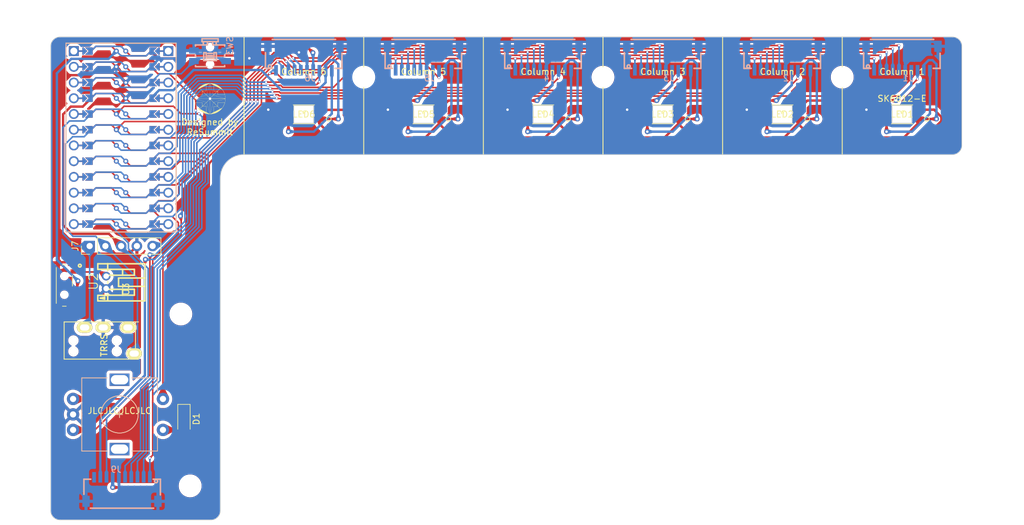
<source format=kicad_pcb>
(kicad_pcb (version 20221018) (generator pcbnew)
  (layers (0 "F.Cu" signal) (31 "B.Cu" signal) (34 "B.Paste" user) (35 "F.Paste" user) (36 "B.SilkS" user "B.Silkscreen") (37 "F.SilkS" user "F.Silkscreen") (38 "B.Mask" user) (39 "F.Mask" user) (44 "Edge.Cuts" user))
  (net 0 "")
  (net 1 "GND")
  (net 2 "/Row1")
  (net 3 "/Row2")
  (net 4 "/Row3")
  (net 5 "/Row4")
  (net 6 "/V+")
  (net 7 "SCL")
  (net 8 "SDA")
  (net 9 "/RGB_In1")
  (net 10 "/Col_In1")
  (net 11 "/Col_In2")
  (net 12 "/Col_In3")
  (net 13 "/Col_In4")
  (net 14 "/Col_In5")
  (net 15 "/Col_In6")
  (net 16 "/V_bat")
  (net 17 "RESET")
  (net 18 "ENCA")
  (net 19 "ENCB")
  (net 20 "/RGB_Out1")
  (net 21 "/RGB_In2")
  (net 22 "/RGB_Out2")
  (net 23 "/RGB_In3")
  (net 24 "/RGB_Out3")
  (net 25 "/RGB_In4")
  (net 26 "/RGB_Out4")
  (net 27 "/RGB_In5")
  (net 28 "/RGB_Out5")
  (net 29 "/RGB_In6")
  (net 30 "/RGB_Out6")
  (net 32 "/RGB_In7")
  (net 33 "Net-(U2-PadL2)")
  (net 34 "Net-(D1-A)")
  (net 35 "CS")
  (net 36 "/Col_InT")
  (net 37 "/RGB_Out7")
  (net 38 "/Row5")
  (footprint "Seismos-libs:Hole_M3_3.2mm" (layer "F.Cu") (at 51 64.75)
    (fp_text reference "")
    (fp_text value "Hole_M3_3.2mm")
  )
  (footprint "Seismos-libs:RotaryEncoder_Alps_EC11E-Switch_Vertical_H20mm-keebio_modified" (layer "F.Cu") (at 41.11 80.96)
    (fp_text reference "SW1" hide)
    (fp_text value "RotaryEncoder_Switch")
  )
  (footprint "Seismos-libs:MJ-4PP-9" (layer "F.Cu") (at 32.17 69.025 90)
    (fp_text reference "J8")
    (fp_text value "MJ-4PP-9-Lily58" hide)
  )
  (footprint "Connector_PinHeader_2.54mm:PinHeader_1x05_P2.54mm_Vertical" (layer "F.Cu") (at 36.284 53.766 90)
    (fp_text reference "J7")
    (fp_text value "Conn_01x05_Pin")
  )
  (footprint "Seismos-libs:SW_PCM12SMTR" (layer "F.Cu") (at 32.2 60.132 -90)
    (fp_text reference "U2")
    (fp_text value "MSK-12C02_SMD_SPDT_SWITCH")
  )
  (footprint "Seismos-libs:CONN-TH_S2B-PH-K-S-GW" (layer "F.Cu") (at 38.9495 59.632 -90)
    (fp_text reference "U3")
    (fp_text value "S2B-PH-K-S-GW")
  )
  (footprint "Seismos-libs:Hole_M3_3.2mm" (layer "F.Cu") (at 80.5 26)
    (fp_text reference "")
    (fp_text value "Hole_M3_3.2mm")
  )
  (footprint "keyboard_reversible:ProMicro" (layer "F.Cu") (at 41.35 36.256 -90)
    (fp_text reference "U1" hide)
    (fp_text value "ProMicro_2-Lily58-cache-Lily58_Pro-rescue")
  )
  (footprint "Seismos-libs:Hole_M3_3.2mm" (layer "F.Cu") (at 157.7 26.5)
    (fp_text reference "")
    (fp_text value "Hole_M3_3.2mm")
  )
  (footprint "Seismos-libs:Hole_M3_3.2mm" (layer "F.Cu") (at 52.5 92.5 180)
    (fp_text reference "")
    (fp_text value "Hole_M3_3.2mm")
  )
  (footprint "Seismos-libs:ReSummit_Logo" (layer "F.Cu") (at 55.7 29.975)
    (fp_text reference "G***" hide)
    (fp_text value "LOGO" hide)
  )
  (footprint "Seismos-libs:Hole_M3_3.2mm" (layer "F.Cu") (at 119.1 26)
    (fp_text reference "")
    (fp_text value "Hole_M3_3.2mm")
  )
  (footprint "Diode_SMD:D_SOD-123" (layer "F.Cu") (at 51.5 81.7 -90)
    (fp_text reference "D1")
    (fp_text value "1N4148W")
  )
  (footprint "Seismos-libs:SK6812-E" (layer "B.Cu") (at 70.85 32.5)
    (fp_text reference "LED6")
    (fp_text value "SK6812-E")
    (fp_rect (start -1.6256 1.4224) (end 1.5748 -1.4224) (stroke (width 0.12)) (fill none) (layer "Edge.Cuts"))
  )
  (footprint "Seismos-libs:SK6812-E" (layer "B.Cu") (at 167.35 32.5)
    (fp_text reference "LED1")
    (fp_text value "SK6812-E")
    (fp_rect (start -1.6256 1.4224) (end 1.5748 -1.4224) (stroke (width 0.12)) (fill none) (layer "Edge.Cuts"))
  )
  (footprint "Seismos-libs:CONN-SMD_10P-P1.00_SM10B-SRSS-TB-LF-SN" (layer "B.Cu") (at 70.85 21.5)
    (fp_text reference "J6")
    (fp_text value "SM09B-SRSS-TB(LF)(SN)")
  )
  (footprint "Seismos-libs:SK6812-E" (layer "B.Cu") (at 128.75 32.5)
    (fp_text reference "LED3")
    (fp_text value "SK6812-E")
    (fp_rect (start -1.6256 1.4224) (end 1.5748 -1.4224) (stroke (width 0.12)) (fill none) (layer "Edge.Cuts"))
  )
  (footprint "Seismos-libs:SK6812-E" (layer "B.Cu") (at 109.45 32.5)
    (fp_text reference "LED4")
    (fp_text value "SK6812-E")
    (fp_rect (start -1.6256 1.4224) (end 1.5748 -1.4224) (stroke (width 0.12)) (fill none) (layer "Edge.Cuts"))
  )
  (footprint "Seismos-libs:CONN-SMD_10P-P1.00_SM10B-SRSS-TB-LF-SN" (layer "B.Cu") (at 90.15 21.5)
    (fp_text reference "J5")
    (fp_text value "SM09B-SRSS-TB(LF)(SN)")
  )
  (footprint "Seismos-libs:SW-SMD_EVQPUD02K" (layer "B.Cu") (at 55.7125 23.0495 90)
    (fp_text reference "SW3")
    (fp_text value "EVQPUC02K")
  )
  (footprint "Seismos-libs:CONN-SMD_10P-P1.00_SM10B-SRSS-TB-LF-SN" (layer "B.Cu") (at 41.5 95 180)
    (fp_text reference "J9")
    (fp_text value "SM09B-SRSS-TB(LF)(SN)")
  )
  (footprint "Seismos-libs:SK6812-E" (layer "B.Cu") (at 148.05 32.5)
    (fp_text reference "LED2")
    (fp_text value "SK6812-E")
    (fp_rect (start -1.6256 1.4224) (end 1.5748 -1.4224) (stroke (width 0.12)) (fill none) (layer "Edge.Cuts"))
  )
  (footprint "Seismos-libs:CONN-SMD_10P-P1.00_SM10B-SRSS-TB-LF-SN" (layer "B.Cu") (at 167.35 21.5)
    (fp_text reference "J1")
    (fp_text value "SM09B-SRSS-TB(LF)(SN)")
  )
  (footprint "Seismos-libs:CONN-SMD_10P-P1.00_SM10B-SRSS-TB-LF-SN" (layer "B.Cu") (at 128.75 21.5)
    (fp_text reference "J3")
    (fp_text value "SM09B-SRSS-TB(LF)(SN)")
  )
  (footprint "Seismos-libs:CONN-SMD_10P-P1.00_SM10B-SRSS-TB-LF-SN" (layer "B.Cu") (at 109.45 21.5)
    (fp_text reference "J4")
    (fp_text value "SM09B-SRSS-TB(LF)(SN)")
  )
  (footprint "Seismos-libs:SK6812-E" (layer "B.Cu") (at 90.15 32.5)
    (fp_text reference "LED5")
    (fp_text value "SK6812-E")
    (fp_rect (start -1.6256 1.4224) (end 1.5748 -1.4224) (stroke (width 0.12)) (fill none) (layer "Edge.Cuts"))
  )
  (footprint "Seismos-libs:CONN-SMD_10P-P1.00_SM10B-SRSS-TB-LF-SN" (layer "B.Cu") (at 148.05 21.5)
    (fp_text reference "J2")
    (fp_text value "SM09B-SRSS-TB(LF)(SN)")
  )
  (gr_line (start 61.2 20) (end 61.2 39) (stroke (width 0.15)) (layer "F.SilkS"))
  (gr_line (start 80.5 20) (end 80.5 39) (stroke (width 0.15)) (layer "F.SilkS"))
  (gr_line (start 119.1 20) (end 119.1 39) (stroke (width 0.15)) (layer "F.SilkS"))
  (gr_line (start 99.8 20) (end 99.8 39) (stroke (width 0.15)) (layer "F.SilkS"))
  (gr_line (start 157.7 20) (end 157.7 39) (stroke (width 0.15)) (layer "F.SilkS"))
  (gr_line (start 138.4 20) (end 138.4 39) (stroke (width 0.15)) (layer "F.SilkS"))
  (gr_line (start 57.366 96.5) (end 57.366 42.81) (stroke (width 0.1)) (layer "Edge.Cuts"))
  (gr_line (start 55.866 98) (end 31.5 98) (stroke (width 0.1)) (layer "Edge.Cuts"))
  (gr_line (start 30 96.5) (end 30 21.5) (stroke (width 0.1)) (layer "Edge.Cuts"))
  (gr_arc (start 30 21.5) (mid 30.43934 20.43934) (end 31.5 20) (stroke (width 0.1)) (layer "Edge.Cuts"))
  (gr_arc (start 57.366 96.5) (mid 56.92666 97.56066) (end 55.866 98) (stroke (width 0.1)) (layer "Edge.Cuts"))
  (gr_line (start 175.5 39) (end 61.176 39) (stroke (width 0.1)) (layer "Edge.Cuts"))
  (gr_arc (start 177 37.5) (mid 176.56066 38.56066) (end 175.5 39) (stroke (width 0.1)) (layer "Edge.Cuts"))
  (gr_arc (start 175.5 20) (mid 176.56066 20.43934) (end 177 21.5) (stroke (width 0.1)) (layer "Edge.Cuts"))
  (gr_arc (start 31.5 98) (mid 30.43934 97.56066) (end 30 96.5) (stroke (width 0.1)) (layer "Edge.Cuts"))
  (gr_arc (start 57.366 42.81) (mid 58.481923 40.115923) (end 61.176 39) (stroke (width 0.1)) (layer "Edge.Cuts"))
  (gr_line (start 31.5 20) (end 175.5 20) (stroke (width 0.1)) (layer "Edge.Cuts"))
  (gr_line (start 177 21.5) (end 177 37.5) (stroke (width 0.1)) (layer "Edge.Cuts"))
  (gr_text "Column 4" (at 109.45 26.2) (layer "F.SilkS") (effects (font (size 1 1)) (justify bottom)))
  (gr_text "Column 5" (at 90.15 26.2) (layer "F.SilkS") (effects (font (size 1 1)) (justify bottom)))
  (gr_text "Column 2" (at 148.05 26.2) (layer "F.SilkS") (effects (font (size 1 1)) (justify bottom)))
  (gr_text "Column 3" (at 128.75 26.2) (layer "F.SilkS") (effects (font (size 1 1)) (justify bottom)))
  (gr_text "Column 1" (at 167.35 26.2) (layer "F.SilkS") (effects (font (size 1 1)) (justify bottom)))
  (gr_text "Column 6" (at 70.85 26.2) (layer "F.SilkS") (effects (font (size 1 1)) (justify bottom)))
  (gr_text "JLCJLCJLCJLC" (at 41.11 80.96) (layer "F.SilkS") (effects (font (size 1 1)) (justify bottom)))
  (gr_text "Designed by\nReSummit" (at 55.675 35.95) (layer "F.SilkS") (effects (font (size 1 1)) (justify bottom)))
  (segment (start 35.6495 63.932) (end 33.325 63.932) (width 0.381) (layer "F.Cu") (net 1))
  (segment (start 164.8474 31.75) (end 164.8481 31.7507) (width 0.381) (layer "F.Cu") (net 1))
  (segment (start 68.3474 31.75) (end 68.3481 31.7507) (width 0.381) (layer "F.Cu") (net 1))
  (segment (start 31.075 56.382) (end 31.075 63.882) (width 0.381) (layer "F.Cu") (net 1))
  (segment (start 31.8 75.6) (end 31.8 79.15) (width 0.381) (layer "F.Cu") (net 1))
  (segment (start 145.5474 31.75) (end 145.5481 31.7507) (width 0.381) (layer "F.Cu") (net 1))
  (segment (start 84.4 31.75) (end 87.6474 31.75) (width 0.381) (layer "F.Cu") (net 1))
  (segment (start 33.8 73.6) (end 31.8 75.6) (width 0.381) (layer "F.Cu") (net 1))
  (segment (start 38.9495 60.632) (end 35.6495 63.932) (width 0.381) (layer "F.Cu") (net 1))
  (segment (start 65.1 31.75) (end 68.3474 31.75) (width 0.381) (layer "F.Cu") (net 1))
  (segment (start 43.904 53.766) (end 43.904 55.6775) (width 0.381) (layer "F.Cu") (net 1))
  (segment (start 42.6635 55.0065) (end 34.6065 55.0065) (width 0.381) (layer "F.Cu") (net 1))
  (segment (start 33.325 56.332) (end 43.2495 56.332) (width 0.381) (layer "F.Cu") (net 1))
  (segment (start 106.9474 31.75) (end 106.9481 31.7507) (width 0.381) (layer "F.Cu") (net 1))
  (segment (start 43.904 53.766) (end 42.6635 55.0065) (width 0.381) (layer "F.Cu") (net 1))
  (segment (start 43.2495 56.332) (end 43.904 55.6775) (width 0.381) (layer "F.Cu") (net 1))
  (segment (start 31.8 79.15) (end 33.61 80.96) (width 0.381) (layer "F.Cu") (net 1))
  (segment (start 33.95 62.997) (end 33.165 63.782) (width 0.381) (layer "F.Cu") (net 1))
  (segment (start 31.125 63.932) (end 31.075 63.882) (width 0.381) (layer "F.Cu") (net 1))
  (segment (start 38.47 71.125) (end 35.995 73.6) (width 0.381) (layer "F.Cu") (net 1))
  (segment (start 123 31.75) (end 126.2474 31.75) (width 0.381) (layer "F.Cu") (net 1))
  (segment (start 43.904 55.6775) (end 38.9495 60.632) (width 0.381) (layer "F.Cu") (net 1))
  (segment (start 33.95 62.382) (end 33.95 62.997) (width 0.381) (layer "F.Cu") (net 1))
  (segment (start 38.47 61.1115) (end 38.9495 60.632) (width 0.381) (layer "F.Cu") (net 1))
  (segment (start 31.4 28.012378) (end 33.236878 26.1755) (width 0.381) (layer "F.Cu") (net 1))
  (segment (start 161.6 31.75) (end 164.8474 31.75) (width 0.381) (layer "F.Cu") (net 1))
  (segment (start 38.47 71.125) (end 38.47 61.1115) (width 0.381) (layer "F.Cu") (net 1))
  (segment (start 34.6065 55.0065) (end 31.4 51.8) (width 0.381) (layer "F.Cu") (net 1))
  (segment (start 33.325 63.932) (end 31.125 63.932) (width 0.381) (layer "F.Cu") (net 1))
  (segment (start 87.6474 31.75) (end 87.6481 31.7507) (width 0.381) (layer "F.Cu") (net 1))
  (segment (start 33.236878 26.1755) (end 35.1745 26.1755) (width 0.381) (layer "F.Cu") (net 1))
  (segment (start 35.995 73.6) (end 33.8 73.6) (width 0.381) (layer "F.Cu") (net 1))
  (segment (start 126.2474 31.75) (end 126.2481 31.7507) (width 0.381) (layer "F.Cu") (net 1))
  (segment (start 31.4 51.8) (end 31.4 28.012378) (width 0.381) (layer "F.Cu") (net 1))
  (segment (start 103.7 31.75) (end 106.9474 31.75) (width 0.381) (layer "F.Cu") (net 1))
  (segment (start 33.275 56.382) (end 33.325 56.332) (width 0.381) (layer "F.Cu") (net 1))
  (segment (start 142.3 31.75) (end 145.5474 31.75) (width 0.381) (layer "F.Cu") (net 1))
  (segment (start 31.075 56.382) (end 33.275 56.382) (width 0.381) (layer "F.Cu") (net 1))
  (segment (start 35.1745 26.1755) (end 36.524 24.826) (width 0.381) (layer "F.Cu") (net 1))
  (via (at 161.6 31.75) (size 0.8) (drill 0.4) (layers "F.Cu" "B.Cu") (net 1))
  (via (at 65.1 31.75) (size 0.8) (drill 0.4) (layers "F.Cu" "B.Cu") (net 1))
  (via (at 62.05 23.45) (size 0.8) (drill 0.4) (layers "F.Cu" "B.Cu") (net 1))
  (via (at 123 31.75) (size 0.8) (drill 0.4) (layers "F.Cu" "B.Cu") (net 1))
  (via (at 55.7 29.975) (size 0.8) (drill 0.4) (layers "F.Cu" "B.Cu") (net 1))
  (via (at 70.05 22.5) (size 0.8) (drill 0.4) (layers "F.Cu" "B.Cu") (net 1))
  (via (at 84.4 31.75) (size 0.8) (drill 0.4) (layers "F.Cu" "B.Cu") (net 1))
  (via (at 103.7 31.75) (size 0.8) (drill 0.4) (layers "F.Cu" "B.Cu") (net 1))
  (via (at 142.3 31.75) (size 0.8) (drill 0.4) (layers "F.Cu" "B.Cu") (net 1))
  (segment (start 51.8005 22.1995) (end 50.5235 23.4765) (width 0.381) (layer "B.Cu") (net 1))
  (segment (start 50.5235 23.4765) (end 47.5255 23.4765) (width 0.381) (layer "B.Cu") (net 1))
  (segment (start 167.85 25.385) (end 167.85 24.535) (width 0.381) (layer "B.Cu") (net 1))
  (segment (start 84.35 21.51) (end 84.35 31.7) (width 0.381) (layer "B.Cu") (net 1))
  (segment (start 142.25 21.51) (end 142.25 31.7) (width 0.381) (layer "B.Cu") (net 1))
  (segment (start 53.6125 22.6995) (end 53.1125 22.1995) (width 0.381) (layer "B.Cu") (net 1))
  (segment (start 59.712 20.8) (end 152.85 20.8) (width 0.381) (layer "B.Cu") (net 1))
  (segment (start 38.9 95) (end 46.8 95) (width 0.381) (layer "B.Cu") (net 1))
  (segment (start 40.588 25.842) (end 42.112 27.366) (width 0.381) (layer "B.Cu") (net 1))
  (segment (start 71.35 23.8) (end 70.05 22.5) (width 0.381) (layer "B.Cu") (net 1))
  (segment (start 40.588 24.826) (end 40.588 25.842) (width 0.381) (layer "B.Cu") (net 1))
  (segment (start 32.2195 82.3505) (end 33.61 80.96) (width 0.381) (layer "B.Cu") (net 1))
  (segment (start 51.8005 22.1995) (end 53.1125 22.1995) (width 0.381) (layer "B.Cu") (net 1))
  (segment (start 167.85 24.535) (end 171.585 20.8) (width 0.381) (layer "B.Cu") (net 1))
  (segment (start 171.585 20.8) (end 172.15 20.8) (width 0.381) (layer "B.Cu") (net 1))
  (segment (start 132.985 20.8) (end 133.55 20.8) (width 0.381) (layer "B.Cu") (net 1))
  (segment (start 148.55 24.535) (end 152.285 20.8) (width 0.381) (layer "B.Cu") (net 1))
  (segment (start 58.3125 22.1995) (end 59.712 20.8) (width 0.381) (layer "B.Cu") (net 1))
  (segment (start 41 91.115) (end 41 93.35) (width 0.381) (layer "B.Cu") (net 1))
  (segment (start 84.35 31.7) (end 84.4 31.75) (width 0.381) (layer "B.Cu") (net 1))
  (segment (start 109.95 25.385) (end 109.95 24.535) (width 0.381) (layer "B.Cu") (net 1))
  (segment (start 113.685 20.8) (end 114.25 20.8) (width 0.381) (layer "B.Cu") (net 1))
  (segment (start 36.2 95) (end 38.9 95) (width 0.381) (layer "B.Cu") (net 1))
  (segment (start 129.25 24.535) (end 132.985 20.8) (width 0.381) (layer "B.Cu") (net 1))
  (segment (start 161.55 31.7) (end 161.6 31.75) (width 0.381) (layer "B.Cu") (net 1))
  (segment (start 161.55 21.51) (end 161.55 31.7) (width 0.381) (layer "B.Cu") (net 1))
  (segment (start 122.95 31.7) (end 123 31.75) (width 0.381) (layer "B.Cu") (net 1))
  (segment (start 90.65 25.385) (end 90.65 24.535) (width 0.381) (layer "B.Cu") (net 1))
  (segment (start 41 93.35) (end 39.35 95) (width 0.381) (layer "B.Cu") (net 1))
  (segment (start 152.85 20.8) (end 172.44 20.8) (width 0.381) (layer "B.Cu") (net 1))
  (segment (start 172.44 20.8) (end 173.15 21.51) (width 0.381) (layer "B.Cu") (net 1))
  (segment (start 148.55 25.385) (end 148.55 24.535) (width 0.381) (layer "B.Cu") (net 1))
  (segment (start 122.95 21.51) (end 122.95 31.7) (width 0.381) (layer "B.Cu") (net 1))
  (segment (start 103.65 21.51) (end 103.65 31.7) (width 0.381) (layer "B.Cu") (net 1))
  (segment (start 94.385 20.8) (end 94.95 20.8) (width 0.381) (layer "B.Cu") (net 1))
  (segment (start 152.285 20.8) (end 152.85 20.8) (width 0.381) (layer "B.Cu") (net 1))
  (segment (start 58.6095 22.54) (end 58.95 22.1995) (width 0.381) (layer "B.Cu") (net 1))
  (segment (start 36.524 27.366) (end 36.524 29.906) (width 0.381) (layer "B.Cu") (net 1))
  (segment (start 57.8125 22.6995) (end 53.6125 22.6995) (width 0.381) (layer "B.Cu") (net 1))
  (segment (start 58.3125 22.1995) (end 57.8125 22.6995) (width 0.381) (layer "B.Cu") (net 1))
  (segment (start 65.05 31.7) (end 65.1 31.75) (width 0.381) (layer "B.Cu") (net 1))
  (segment (start 90.65 24.535) (end 94.385 20.8) (width 0.381) (layer "B.Cu") (net 1))
  (segment (start 36.2 95) (end 32.2195 91.0195) (width 0.381) (layer "B.Cu") (net 1))
  (segment (start 71.35 25.385) (end 71.35 23.8) (width 0.381) (layer "B.Cu") (net 1))
  (segment (start 142.25 31.7) (end 142.3 31.75) (width 0.381) (layer "B.Cu") (net 1))
  (segment (start 129.25 25.385) (end 129.25 24.535) (width 0.381) (layer "B.Cu") (net 1))
  (segment (start 103.65 31.7) (end 103.7 31.75) (width 0.381) (layer "B.Cu") (net 1))
  (segment (start 32.2195 91.0195) (end 32.2195 82.3505) (width 0.381) (layer "B.Cu") (net 1))
  (segment (start 39.35 95) (end 38.9 95) (width 0.381) (layer "B.Cu") (net 1))
  (segment (start 47.5255 23.4765) (end 46.176 24.826) (width 0.381) (layer "B.Cu") (net 1))
  (segment (start 75.085 20.8) (end 75.65 20.8) (width 0.381) (layer "B.Cu") (net 1))
  (segment (start 109.95 24.535) (end 113.685 20.8) (width 0.381) (layer "B.Cu") (net 1))
  (segment (start 69.125552 23.397) (end 69.127368 23.395184) (width 0.254) (layer "F.Cu") (net 2))
  (segment (start 73.736608 23.395184) (end 75.741792 21.39) (width 0.254) (layer "F.Cu") (net 2))
  (segment (start 69.127368 23.395184) (end 73.736608 23.395184) (width 0.254) (layer "F.Cu") (net 2))
  (segment (start 68.262068 22.533516) (end 66.020983 22.533516) (width 0.254) (layer "F.Cu") (net 2))
  (segment (start 66.020983 22.533516) (end 61.601491 26.95301) (width 0.254) (layer "F.Cu") (net 2))
  (segment (start 61.601491 30.672353) (end 55.973844 36.3) (width 0.254) (layer "F.Cu") (net 2))
  (segment (start 69.125552 23.397) (end 68.262068 22.533516) (width 0.254) (layer "F.Cu") (net 2))
  (segment (start 47.402 36.3) (end 46.176 37.526) (width 0.254) (layer "F.Cu") (net 2))
  (segment (start 61.601491 26.95301) (end 61.601491 30.441891) (width 0.254) (layer "F.Cu") (net 2))
  (segment (start 166.85 21.39) (end 147.55 21.39) (width 0.254) (layer "F.Cu") (net 2))
  (segment (start 108.95 21.39) (end 89.65 21.39) (width 0.254) (layer "F.Cu") (net 2))
  (segment (start 61.601491 30.441891) (end 61.601491 30.672353) (width 0.254) (layer "F.Cu") (net 2))
  (segment (start 55.973844 36.3) (end 47.402 36.3) (width 0.254) (layer "F.Cu") (net 2))
  (segment (start 75.741792 21.39) (end 89.65 21.39) (width 0.254) (layer "F.Cu") (net 2))
  (segment (start 147.55 21.39) (end 128.25 21.39) (width 0.254) (layer "F.Cu") (net 2))
  (segment (start 128.25 21.39) (end 108.95 21.39) (width 0.254) (layer "F.Cu") (net 2))
  (via (at 108.95 21.39) (size 0.4) (drill 0.3) (layers "F.Cu" "B.Cu") (net 2))
  (via (at 147.55 21.39) (size 0.4) (drill 0.3) (layers "F.Cu" "B.Cu") (net 2))
  (via (at 61.601491 30.441891) (size 0.4) (drill 0.3) (layers "F.Cu" "B.Cu") (net 2))
  (via (at 69.125552 23.397) (size 0.4) (drill 0.3) (layers "F.Cu" "B.Cu") (net 2))
  (via (at 89.65 21.39) (size 0.4) (drill 0.3) (layers "F.Cu" "B.Cu") (net 2))
  (via (at 166.85 21.39) (size 0.4) (drill 0.3) (layers "F.Cu" "B.Cu") (net 2))
  (via (at 128.25 21.39) (size 0.4) (drill 0.3) (layers "F.Cu" "B.Cu") (net 2))
  (segment (start 147.55 25.385) (end 147.55 21.39) (width 0.254) (layer "B.Cu") (net 2))
  (segment (start 53.016 44.006133) (end 54.032 42.990138) (width 0.254) (layer "B.Cu") (net 2))
  (segment (start 42 89.25) (end 44.5 86.75) (width 0.254) (layer "B.Cu") (net 2))
  (segment (start 46.2 75.024908) (end 46.2 57.138239) (width 0.254) (layer "B.Cu") (net 2))
  (segment (start 108.95 25.385) (end 108.95 21.39) (width 0.254) (layer "B.Cu") (net 2))
  (segment (start 53.016 50.322239) (end 53.016 44.006133) (width 0.254) (layer "B.Cu") (net 2))
  (segment (start 128.25 25.385) (end 128.25 21.39) (width 0.254) (layer "B.Cu") (net 2))
  (segment (start 54.032 38.241844) (end 61.601491 30.672353) (width 0.254) (layer "B.Cu") (net 2))
  (segment (start 70.35 24.621448) (end 70.35 25.385) (width 0.254) (layer "B.Cu") (net 2))
  (segment (start 44.5 86.75) (end 44.5 76.724908) (width 0.254) (layer "B.Cu") (net 2))
  (segment (start 44.5 76.724908) (end 46.2 75.024908) (width 0.254) (layer "B.Cu") (net 2))
  (segment (start 89.65 25.385) (end 89.65 21.39) (width 0.254) (layer "B.Cu") (net 2))
  (segment (start 61.601491 30.672353) (end 61.601491 30.441891) (width 0.254) (layer "B.Cu") (net 2))
  (segment (start 54.032 42.990138) (end 54.032 38.241844) (width 0.254) (layer "B.Cu") (net 2))
  (segment (start 166.85 25.385) (end 166.85 21.39) (width 0.254) (layer "B.Cu") (net 2))
  (segment (start 69.125552 23.397) (end 70.35 24.621448) (width 0.254) (layer "B.Cu") (net 2))
  (segment (start 42 91.115) (end 42 89.25) (width 0.254) (layer "B.Cu") (net 2))
  (segment (start 46.2 57.138239) (end 53.016 50.322239) (width 0.254) (layer "B.Cu") (net 2))
  (segment (start 75.857344 21.9165) (end 88.65 21.9165) (width 0.254) (layer "F.Cu") (net 3))
  (segment (start 146.55 21.9165) (end 165.85 21.9165) (width 0.254) (layer "F.Cu") (net 3))
  (segment (start 47.442 38.8) (end 46.176 40.066) (width 0.254) (layer "F.Cu") (net 3))
  (segment (start 66.209036 22.987516) (end 62.200994 26.995559) (width 0.254) (layer "F.Cu") (net 3))
  (segment (start 107.95 21.9165) (end 127.25 21.9165) (width 0.254) (layer "F.Cu") (net 3))
  (segment (start 68.5515 23.6485) (end 68.8265 23.9235) (width 0.254) (layer "F.Cu") (net 3))
  (segment (start 68.5515 23.6485) (end 67.890516 22.987516) (width 0.254) (layer "F.Cu") (net 3))
  (segment (start 68.8265 23.9235) (end 73.850344 23.9235) (width 0.254) (layer "F.Cu") (net 3))
  (segment (start 67.890516 22.987516) (end 66.209036 22.987516) (width 0.254) (layer "F.Cu") (net 3))
  (segment (start 62.200994 26.995559) (end 62.200994 30.441891) (width 0.254) (layer "F.Cu") (net 3))
  (segment (start 73.850344 23.9235) (end 75.857344 21.9165) (width 0.254) (layer "F.Cu") (net 3))
  (segment (start 54.115896 38.8) (end 47.442 38.8) (width 0.254) (layer "F.Cu") (net 3))
  (segment (start 127.25 21.9165) (end 146.55 21.9165) (width 0.254) (layer "F.Cu") (net 3))
  (segment (start 62.200994 30.714902) (end 54.115896 38.8) (width 0.254) (layer "F.Cu") (net 3))
  (segment (start 62.200994 30.441891) (end 62.200994 30.714902) (width 0.254) (layer "F.Cu") (net 3))
  (segment (start 88.65 21.9165) (end 107.95 21.9165) (width 0.254) (layer "F.Cu") (net 3))
  (via (at 107.95 21.9165) (size 0.4) (drill 0.3) (layers "F.Cu" "B.Cu") (net 3))
  (via (at 62.200994 30.441891) (size 0.4) (drill 0.3) (layers "F.Cu" "B.Cu") (net 3))
  (via (at 68.5515 23.6485) (size 0.4) (drill 0.3) (layers "F.Cu" "B.Cu") (net 3))
  (via (at 88.65 21.9165) (size 0.4) (drill 0.3) (layers "F.Cu" "B.Cu") (net 3))
  (via (at 127.25 21.9165) (size 0.4) (drill 0.3) (layers "F.Cu" "B.Cu") (net 3))
  (via (at 165.85 21.9165) (size 0.4) (drill 0.3) (layers "F.Cu" "B.Cu") (net 3))
  (via (at 146.55 21.9165) (size 0.4) (drill 0.3) (layers "F.Cu" "B.Cu") (net 3))
  (segment (start 62.200994 30.714902) (end 54.486 38.429896) (width 0.254) (layer "B.Cu") (net 3))
  (segment (start 46.654 75.21296) (end 44.954 76.91296) (width 0.254) (layer "B.Cu") (net 3))
  (segment (start 44.954 76.91296) (end 44.954 86.938052) (width 0.254) (layer "B.Cu") (net 3))
  (segment (start 146.55 25.385) (end 146.55 21.9165) (width 0.254) (layer "B.Cu") (net 3))
  (segment (start 54.486 38.429896) (end 54.486 43.178191) (width 0.254) (layer "B.Cu") (net 3))
  (segment (start 68.5515 23.6485) (end 69.35 24.447) (width 0.254) (layer "B.Cu") (net 3))
  (segment (start 44.954 86.938052) (end 43 88.892052) (width 0.254) (layer "B.Cu") (net 3))
  (segment (start 62.200994 30.441891) (end 62.200994 30.714902) (width 0.254) (layer "B.Cu") (net 3))
  (segment (start 53.47 50.510291) (end 46.654 57.326291) (width 0.254) (layer "B.Cu") (net 3))
  (segment (start 43 88.892052) (end 43 91.115) (width 0.254) (layer "B.Cu") (net 3))
  (segment (start 88.65 25.385) (end 88.65 21.9165) (width 0.254) (layer "B.Cu") (net 3))
  (segment (start 165.85 25.385) (end 165.85 21.9165) (width 0.254) (layer "B.Cu") (net 3))
  (segment (start 69.35 24.447) (end 69.35 25.385) (width 0.254) (layer "B.Cu") (net 3))
  (segment (start 107.95 25.385) (end 107.95 21.9165) (width 0.254) (layer "B.Cu") (net 3))
  (segment (start 53.47 44.194191) (end 53.47 50.510291) (width 0.254) (layer "B.Cu") (net 3))
  (segment (start 127.25 25.385) (end 127.25 21.9165) (width 0.254) (layer "B.Cu") (net 3))
  (segment (start 46.654 57.326291) (end 46.654 75.21296) (width 0.254) (layer "B.Cu") (net 3))
  (segment (start 54.486 43.178191) (end 53.47 44.194191) (width 0.254) (layer "B.Cu") (net 3))
  (segment (start 63.516605 26.322) (end 63.444302 26.394302) (width 0.254) (layer "F.Cu") (net 4))
  (segment (start 75.972896 22.443) (end 87.65 22.443) (width 0.254) (layer "F.Cu") (net 4))
  (segment (start 47.482 41.3) (end 46.176 42.606) (width 0.254) (layer "F.Cu") (net 4))
  (segment (start 62.800497 30.757451) (end 53.442129 40.115819) (width 0.254) (layer "F.Cu") (net 4))
  (segment (start 62.800497 27.038108) (end 62.800497 30.441891) (width 0.254) (layer "F.Cu") (net 4))
  (segment (start 69.348238 25.3) (end 73.115896 25.3) (width 0.254) (layer "F.Cu") (net 4))
  (segment (start 53.442129 40.115819) (end 50.8 40.115819) (width 0.254) (layer "F.Cu") (net 4))
  (segment (start 145.55 22.443) (end 126.25 22.443) (width 0.254) (layer "F.Cu") (net 4))
  (segment (start 67.999119 23.950881) (end 69.348238 25.3) (width 0.254) (layer "F.Cu") (net 4))
  (segment (start 73.115896 25.3) (end 75.972896 22.443) (width 0.254) (layer "F.Cu") (net 4))
  (segment (start 67.999119 23.950881) (end 67.489754 23.441516) (width 0.254) (layer "F.Cu") (net 4))
  (segment (start 49.615819 41.3) (end 47.482 41.3) (width 0.254) (layer "F.Cu") (net 4))
  (segment (start 63.444302 26.394302) (end 62.800497 27.038108) (width 0.254) (layer "F.Cu") (net 4))
  (segment (start 50.8 40.115819) (end 49.615819 41.3) (width 0.254) (layer "F.Cu") (net 4))
  (segment (start 126.25 22.443) (end 106.95 22.443) (width 0.254) (layer "F.Cu") (net 4))
  (segment (start 164.85 22.443) (end 145.55 22.443) (width 0.254) (layer "F.Cu") (net 4))
  (segment (start 67.489754 23.441516) (end 66.397088 23.441516) (width 0.254) (layer "F.Cu") (net 4))
  (segment (start 66.397088 23.441516) (end 63.444302 26.394302) (width 0.254) (layer "F.Cu") (net 4))
  (segment (start 62.800497 30.757451) (end 62.800497 30.441891) (width 0.254) (layer "F.Cu") (net 4))
  (segment (start 106.95 22.443) (end 87.65 22.443) (width 0.254) (layer "F.Cu") (net 4))
  (via (at 62.800497 30.441891) (size 0.4) (drill 0.3) (layers "F.Cu" "B.Cu") (net 4))
  (via (at 164.85 22.443) (size 0.4) (drill 0.3) (layers "F.Cu" "B.Cu") (net 4))
  (via (at 106.95 22.443) (size 0.4) (drill 0.3) (layers "F.Cu" "B.Cu") (net 4))
  (via (at 145.55 22.443) (size 0.4) (drill 0.3) (layers "F.Cu" "B.Cu") (net 4))
  (via (at 126.25 22.443) (size 0.4) (drill 0.3) (layers "F.Cu" "B.Cu") (net 4))
  (via (at 87.65 22.443) (size 0.4) (drill 0.3) (layers "F.Cu" "B.Cu") (net 4))
  (via (at 67.999119 23.950881) (size 0.4) (drill 0.3) (layers "F.Cu" "B.Cu") (net 4))
  (segment (start 53.924 44.382243) (end 53.924 50.698343) (width 0.254) (layer "B.Cu") (net 4))
  (segment (start 44 88.534104) (end 44 91.115) (width 0.254) (layer "B.Cu") (net 4))
  (segment (start 54.94 38.617948) (end 54.94 43.366244) (width 0.254) (layer "B.Cu") (net 4))
  (segment (start 87.65 25.385) (end 87.65 22.443) (width 0.254) (layer "B.Cu") (net 4))
  (segment (start 47.2 57.422343) (end 47.2 75.309012) (width 0.254) (layer "B.Cu") (net 4))
  (segment (start 45.408 77.101012) (end 45.408 87.126104) (width 0.254) (layer "B.Cu") (net 4))
  (segment (start 62.800497 30.757451) (end 54.94 38.617948) (width 0.254) (layer "B.Cu") (net 4))
  (segment (start 164.85 25.385) (end 164.85 22.443) (width 0.254) (layer "B.Cu") (net 4))
  (segment (start 106.95 25.385) (end 106.95 22.443) (width 0.254) (layer "B.Cu") (net 4))
  (segment (start 53.924 50.698343) (end 47.2 57.422343) (width 0.254) (layer "B.Cu") (net 4))
  (segment (start 54.94 43.366244) (end 53.924 44.382243) (width 0.254) (layer "B.Cu") (net 4))
  (segment (start 126.25 25.385) (end 126.25 22.443) (width 0.254) (layer "B.Cu") (net 4))
  (segment (start 68.35 24.301762) (end 68.35 25.385) (width 0.254) (layer "B.Cu") (net 4))
  (segment (start 47.2 75.309012) (end 45.408 77.101012) (width 0.254) (layer "B.Cu") (net 4))
  (segment (start 67.999119 23.950881) (end 68.35 24.301762) (width 0.254) (layer "B.Cu") (net 4))
  (segment (start 145.55 25.385) (end 145.55 22.443) (width 0.254) (layer "B.Cu") (net 4))
  (segment (start 62.800497 30.441891) (end 62.800497 30.757451) (width 0.254) (layer "B.Cu") (net 4))
  (segment (start 45.408 87.126104) (end 44 88.534104) (width 0.254) (layer "B.Cu") (net 4))
  (segment (start 66.614674 23.968516) (end 67.268516 23.968516) (width 0.254) (layer "F.Cu") (net 5))
  (segment (start 69.054 25.754) (end 73.303949 25.754) (width 0.254) (layer "F.Cu") (net 5))
  (segment (start 73.303949 25.754) (end 76.088448 22.9695) (width 0.254) (layer "F.Cu") (net 5))
  (segment (start 63.4 30.441891) (end 63.4 30.8) (width 0.254) (layer "F.Cu") (net 5))
  (segment (start 105.95 22.9695) (end 125.25 22.9695) (width 0.254) (layer "F.Cu") (net 5))
  (segment (start 76.088448 22.9695) (end 86.65 22.9695) (width 0.254) (layer "F.Cu") (net 5))
  (segment (start 67.268516 23.968516) (end 69.054 25.754) (width 0.254) (layer "F.Cu") (net 5))
  (segment (start 125.25 22.9695) (end 144.55 22.9695) (width 0.254) (layer "F.Cu") (net 5))
  (segment (start 66.614674 23.968516) (end 66.512141 23.968516) (width 0.254) (layer "F.Cu") (net 5))
  (segment (start 63.4 27.080657) (end 63.4 30.441891) (width 0.254) (layer "F.Cu") (net 5))
  (segment (start 63.4 30.8) (end 50.3 43.9) (width 0.254) (layer "F.Cu") (net 5))
  (segment (start 144.55 22.9695) (end 163.85 22.9695) (width 0.254) (layer "F.Cu") (net 5))
  (segment (start 86.65 22.9695) (end 105.95 22.9695) (width 0.254) (layer "F.Cu") (net 5))
  (segment (start 50.3 43.9) (end 47.422 43.9) (width 0.254) (layer "F.Cu") (net 5))
  (segment (start 66.512141 23.968516) (end 63.4 27.080657) (width 0.254) (layer "F.Cu") (net 5))
  (segment (start 47.422 43.9) (end 46.176 45.146) (width 0.254) (layer "F.Cu") (net 5))
  (via (at 144.55 22.9695) (size 0.4) (drill 0.3) (layers "F.Cu" "B.Cu") (net 5))
  (via (at 63.4 30.441891) (size 0.4) (drill 0.3) (layers "F.Cu" "B.Cu") (net 5))
  (via (at 66.614674 23.968516) (size 0.4) (drill 0.3) (layers "F.Cu" "B.Cu") (net 5))
  (via (at 125.25 22.9695) (size 0.4) (drill 0.3) (layers "F.Cu" "B.Cu") (net 5))
  (via (at 163.85 22.9695) (size 0.4) (drill 0.3) (layers "F.Cu" "B.Cu") (net 5))
  (via (at 86.65 22.9695) (size 0.4) (drill 0.3) (layers "F.Cu" "B.Cu") (net 5))
  (via (at 105.95 22.9695) (size 0.4) (drill 0.3) (layers "F.Cu" "B.Cu") (net 5))
  (segment (start 45.875532 87.300624) (end 45 88.176156) (width 0.254) (layer "B.Cu") (net 5))
  (segment (start 54.378 44.570296) (end 54.378 50.886395) (width 0.254) (layer "B.Cu") (net 5))
  (segment (start 47.654 75.497064) (end 45.875532 77.275532) (width 0.254) (layer "B.Cu") (net 5))
  (segment (start 144.55 25.386) (end 144.55 22.9695) (width 0.254) (layer "B.Cu") (net 5))
  (segment (start 54.378 50.886395) (end 47.654 57.610395) (width 0.254) (layer "B.Cu") (net 5))
  (segment (start 45.875532 77.275532) (end 45.875532 87.300624) (width 0.254) (layer "B.Cu") (net 5))
  (segment (start 67.35 24.703842) (end 67.35 25.386) (width 0.254) (layer "B.Cu") (net 5))
  (segment (start 47.654 57.610395) (end 47.654 75.497064) (width 0.254) (layer "B.Cu") (net 5))
  (segment (start 45 88.176156) (end 45 91.114) (width 0.254) (layer "B.Cu") (net 5))
  (segment (start 63.4 30.8) (end 55.394 38.806) (width 0.254) (layer "B.Cu") (net 5))
  (segment (start 163.85 25.386) (end 163.85 22.9695) (width 0.254) (layer "B.Cu") (net 5))
  (segment (start 86.65 25.386) (end 86.65 22.9695) (width 0.254) (layer "B.Cu") (net 5))
  (segment (start 66.614674 23.968516) (end 67.35 24.703842) (width 0.254) (layer "B.Cu") (net 5))
  (segment (start 125.25 25.386) (end 125.25 22.9695) (width 0.254) (layer "B.Cu") (net 5))
  (segment (start 55.394 38.806) (end 55.394 43.554298) (width 0.254) (layer "B.Cu") (net 5))
  (segment (start 105.95 25.386) (end 105.95 22.9695) (width 0.254) (layer "B.Cu") (net 5))
  (segment (start 55.394 43.554298) (end 54.378 44.570296) (width 0.254) (layer "B.Cu") (net 5))
  (segment (start 63.4 30.441891) (end 63.4 30.8) (width 0.254) (layer "B.Cu") (net 5))
  (segment (start 131.2481 34.0007) (end 131.25 33.9988) (width 0.381) (layer "F.Cu") (net 6))
  (segment (start 92.6507 33.2507) (end 92.65 33.25) (width 0.381) (layer "F.Cu") (net 6))
  (segment (start 109.7367 36.2507) (end 94.8981 36.2507) (width 0.381) (layer "F.Cu") (net 6))
  (segment (start 32 32.492378) (end 33.236878 31.2555) (width 0.381) (layer "F.Cu") (net 6))
  (segment (start 167.6367 36.2507) (end 169.85 34.0374) (width 0.381) (layer "F.Cu") (net 6))
  (segment (start 133.4981 36.2507) (end 131.2481 34.0007) (width 0.381) (layer "F.Cu") (net 6))
  (segment (start 33.4 51.8) (end 32 50.4) (width 0.381) (layer "F.Cu") (net 6))
  (segment (start 94.8981 36.2507) (end 92.6481 34.0007) (width 0.381) (layer "F.Cu") (net 6))
  (segment (start 148.3367 36.2507) (end 150.55 34.0374) (width 0.381) (layer "F.Cu") (net 6))
  (segment (start 111.95 34.0374) (end 111.95 33.25) (width 0.381) (layer "F.Cu") (net 6))
  (segment (start 129.0367 36.2507) (end 131.25 34.0374) (width 0.381) (layer "F.Cu") (net 6))
  (segment (start 150.55 34.0374) (end 150.55 33.25) (width 0.381) (layer "F.Cu") (net 6))
  (segment (start 33.236878 31.2555) (end 35.1745 31.2555) (width 0.381) (layer "F.Cu") (net 6))
  (segment (start 73.35 33.9988) (end 73.35 33.25) (width 0.381) (layer "F.Cu") (net 6))
  (segment (start 150.55 33.9988) (end 150.55 33.25) (width 0.381) (layer "F.Cu") (net 6))
  (segment (start 90.4367 36.2507) (end 92.65 34.0374) (width 0.381) (layer "F.Cu") (net 6))
  (segment (start 129.0367 36.2507) (end 114.1981 36.2507) (width 0.381) (layer "F.Cu") (net 6))
  (segment (start 114.1981 36.2507) (end 111.9481 34.0007) (width 0.381) (layer "F.Cu") (net 6))
  (segment (start 111.9481 34.0007) (end 111.95 33.9988) (width 0.381) (layer "F.Cu") (net 6))
  (segment (start 92.6481 34.0007) (end 92.65 33.9988) (width 0.381) (layer "F.Cu") (net 6))
  (segment (start 75.5981 36.2507) (end 73.3481 34.0007) (width 0.381) (layer "F.Cu") (net 6))
  (segment (start 92.65 33.9988) (end 92.65 33.25) (width 0.381) (layer "F.Cu") (net 6))
  (segment (start 169.85 34.0374) (end 169.85 33.25) (width 0.381) (layer "F.Cu") (net 6))
  (segment (start 150.5507 33.2507) (end 150.55 33.25) (width 0.381) (layer "F.Cu") (net 6))
  (segment (start 92.65 34.0374) (end 92.65 33.25) (width 0.381) (layer "F.Cu") (net 6))
  (segment (start 76.4 33.25) (end 73.35 33.25) (width 0.381) (layer "F.Cu") (net 6))
  (segment (start 35.1745 31.2555) (end 36.524 29.906) (width 0.381) (layer "F.Cu") (net 6))
  (segment (start 90.4367 36.2507) (end 75.5981 36.2507) (width 0.381) (layer "F.Cu") (net 6))
  (segment (start 169.8507 33.2507) (end 169.85 33.25) (width 0.381) (layer "F.Cu") (net 6))
  (segment (start 111.9507 33.2507) (end 111.95 33.25) (width 0.381) (layer "F.Cu") (net 6))
  (segment (start 167.6367 36.2507) (end 152.7981 36.2507) (width 0.381) (layer "F.Cu") (net 6))
  (segment (start 152.7981 36.2507) (end 150.5481 34.0007) (width 0.381) (layer "F.Cu") (net 6))
  (segment (start 73.3481 34.0007) (end 73.35 33.9988) (width 0.381) (layer "F.Cu") (net 6))
  (segment (start 109.7367 36.2507) (end 111.95 34.0374) (width 0.381) (layer "F.Cu") (net 6))
  (segment (start 172.9 33.25) (end 169.85 33.25) (width 0.381) (layer "F.Cu") (net 6))
  (segment (start 153.6 33.25) (end 150.55 33.25) (width 0.381) (layer "F.Cu") (net 6))
  (segment (start 150.5481 34.0007) (end 150.55 33.9988) (width 0.381) (layer "F.Cu") (net 6))
  (segment (start 41.364 53.766) (end 39.398 51.8) (width 0.381) (layer "F.Cu") (net 6))
  (segment (start 131.25 33.9988) (end 131.25 33.25) (width 0.381) (layer "F.Cu") (net 6))
  (segment (start 39.398 51.8) (end 33.4 51.8) (width 0.381) (layer "F.Cu") (net 6))
  (segment (start 95.7 33.25) (end 92.65 33.25) (width 0.381) (layer "F.Cu") (net 6))
  (segment (start 134.3 33.25) (end 131.25 33.25) (width 0.381) (layer "F.Cu") (net 6))
  (segment (start 111.95 33.9988) (end 111.95 33.25) (width 0.381) (layer "F.Cu") (net 6))
  (segment (start 131.2507 33.2507) (end 131.25 33.25) (width 0.381) (layer "F.Cu") (net 6))
  (segment (start 32 50.4) (end 32 32.492378) (width 0.381) (layer "F.Cu") (net 6))
  (segment (start 148.3367 36.2507) (end 133.4981 36.2507) (width 0.381) (layer "F.Cu") (net 6))
  (segment (start 115 33.25) (end 111.95 33.25) (width 0.381) (layer "F.Cu") (net 6))
  (segment (start 131.25 34.0374) (end 131.25 33.25) (width 0.381) (layer "F.Cu") (net 6))
  (via (at 172.9 33.25) (size 0.8) (drill 0.4) (layers "F.Cu" "B.Cu") (net 6))
  (via (at 76.4 33.25) (size 0.8) (drill 0.4) (layers "F.Cu" "B.Cu") (net 6))
  (via (at 134.3 33.25) (size 0.8) (drill 0.4) (layers "F.Cu" "B.Cu") (net 6))
  (via (at 115 33.25) (size 0.8) (drill 0.4) (layers "F.Cu" "B.Cu") (net 6))
  (via (at 153.6 33.25) (size 0.8) (drill 0.4) (layers "F.Cu" "B.Cu") (net 6))
  (via (at 95.7 33.25) (size 0.8) (drill 0.4) (layers "F.Cu" "B.Cu") (net 6))
  (segment (start 63.954906 25.34) (end 53.06 25.34) (width 0.381) (layer "B.Cu") (net 6))
  (segment (start 74.35 24.535) (end 74.35 25.385) (width 0.381) (layer "B.Cu") (net 6))
  (segment (start 76.4 24.4) (end 75.75 23.75) (width 0.381) (layer "B.Cu") (net 6))
  (segment (start 115 33.25) (end 115 24.4) (width 0.381) (layer "B.Cu") (net 6))
  (segment (start 151.55 24.535) (end 151.55 25.385) (width 0.381) (layer "B.Cu") (net 6))
  (segment (start 67.214906 28.6) (end 73.1 28.6) (width 0.381) (layer "B.Cu") (net 6))
  (segment (start 95.05 23.75) (end 94.435 23.75) (width 0.381) (layer "B.Cu") (net 6))
  (segment (start 76.4 33.25) (end 76.4 24.4) (width 0.381) (layer "B.Cu") (net 6))
  (segment (start 95.7 24.4) (end 95.05 23.75) (width 0.381) (layer "B.Cu") (net 6))
  (segment (start 114.35 23.75) (end 113.735 23.75) (width 0.381) (layer "B.Cu") (net 6))
  (segment (start 75.135 23.75) (end 74.35 24.535) (width 0.381) (layer "B.Cu") (net 6))
  (segment (start 38 91.115) (end 38 81.851) (width 0.381) (layer "B.Cu") (net 6))
  (segment (start 132.25 24.535) (end 132.25 25.385) (width 0.381) (layer "B.Cu") (net 6))
  (segment (start 172.9 24.4) (end 172.25 23.75) (width 0.381) (layer "B.Cu") (net 6))
  (segment (start 94.435 23.75) (end 93.65 24.535) (width 0.381) (layer "B.Cu") (net 6))
  (segment (start 133.035 23.75) (end 132.25 24.535) (width 0.381) (layer "B.Cu") (net 6))
  (segment (start 152.335 23.75) (end 151.55 24.535) (width 0.381) (layer "B.Cu") (net 6))
  (segment (start 172.25 23.75) (end 171.635 23.75) (width 0.381) (layer "B.Cu") (net 6))
  (segment (start 45.2 74.651) (end 45.2 57.602) (width 0.381) (layer "B.Cu") (net 6))
  (segment (start 74.35 27.35) (end 74.35 25.385) (width 0.381) (layer "B.Cu") (net 6))
  (segment (start 134.3 33.25) (end 134.3 24.4) (width 0.381) (layer "B.Cu") (net 6))
  (segment (start 152.95 23.75) (end 152.335 23.75) (width 0.381) (layer "B.Cu") (net 6))
  (segment (start 134.3 24.4) (end 133.65 23.75) (width 0.381) (layer "B.Cu") (net 6))
  (segment (start 170.85 24.535) (end 170.85 25.385) (width 0.381) (layer "B.Cu") (net 6))
  (segment (start 115 24.4) (end 114.35 23.75) (width 0.381) (layer "B.Cu") (net 6))
  (segment (start 171.635 23.75) (end 170.85 24.535) (width 0.381) (layer "B.Cu") (net 6))
  (segment (start 93.65 24.535) (end 93.65 25.385) (width 0.381) (layer "B.Cu") (net 6))
  (segment (start 53.06 25.34) (end 49.8 28.6) (width 0.381) (layer "B.Cu") (net 6))
  (segment (start 113.735 23.75) (end 112.95 24.535) (width 0.381) (layer "B.Cu") (net 6))
  (segment (start 49.8 28.6) (end 47.482 28.6) (width 0.381) (layer "B.Cu") (net 6))
  (segment (start 75.75 23.75) (end 75.135 23.75) (width 0.381) (layer "B.Cu") (net 6))
  (segment (start 73.1 28.6) (end 74.35 27.35) (width 0.381) (layer "B.Cu") (net 6))
  (segment (start 38 81.851) (end 45.2 74.651) (width 0.381) (layer "B.Cu") (net 6))
  (segment (start 133.65 23.75) (end 133.035 23.75) (width 0.381) (layer "B.Cu") (net 6))
  (segment (start 45.2 57.602) (end 41.364 53.766) (width 0.381) (layer "B.Cu") (net 6))
  (segment (start 95.7 33.25) (end 95.7 24.4) (width 0.381) (layer "B.Cu") (net 6))
  (segment (start 63.954906 25.34) (end 67.214906 28.6) (width 0.381) (layer "B.Cu") (net 6))
  (segment (start 153.6 33.25) (end 153.6 24.4) (width 0.381) (layer "B.Cu") (net 6))
  (segment (start 172.9 33.25) (end 172.9 24.4) (width 0.381) (layer "B.Cu") (net 6))
  (segment (start 112.95 24.535) (end 112.95 25.385) (width 0.381) (layer "B.Cu") (net 6))
  (segment (start 47.482 28.6) (end 46.176 29.906) (width 0.381) (layer "B.Cu") (net 6))
  (segment (start 153.6 24.4) (end 152.95 23.75) (width 0.381) (layer "B.Cu") (net 6))
  (segment (start 38.824 53.766) (end 37.258 52.2) (width 0.254) (layer "B.Cu") (net 7))
  (segment (start 33.6 52.2) (end 32.4255 51.0255) (width 0.254) (layer "B.Cu") (net 7))
  (segment (start 32.4255 51.0255) (end 32.4255 37.236681) (width 0.254) (layer "B.Cu") (net 7))
  (segment (start 37.258 52.2) (end 33.6 52.2) (width 0.254) (layer "B.Cu") (net 7))
  (segment (start 33.549181 36.113) (end 35.397 36.113) (width 0.254) (layer "B.Cu") (net 7))
  (segment (start 43.47 71.125) (end 43.997 70.598) (width 0.254) (layer "B.Cu") (net 7))
  (segment (start 35.397 36.113) (end 36.524 34.986) (width 0.254) (layer "B.Cu") (net 7))
  (segment (start 32.4255 37.236681) (end 33.549181 36.113) (width 0.254) (layer "B.Cu") (net 7))
  (segment (start 43.997 70.598) (end 43.997 58.939) (width 0.254) (layer "B.Cu") (net 7))
  (segment (start 43.997 58.939) (end 38.824 53.766) (width 0.254) (layer "B.Cu") (net 7))
  (segment (start 36.284 53.766) (end 33.966 53.766) (width 0.254) (layer "B.Cu") (net 8))
  (segment (start 31.9715 51.7715) (end 31.9715 34.6285) (width 0.254) (layer "B.Cu") (net 8))
  (segment (start 36.284 66.111) (end 35.47 66.925) (width 0.254) (layer "B.Cu") (net 8))
  (segment (start 35.397 33.573) (end 36.524 32.446) (width 0.254) (layer "B.Cu") (net 8))
  (segment (start 31.9715 34.6285) (end 33.027 33.573) (width 0.254) (layer "B.Cu") (net 8))
  (segment (start 33.027 33.573) (end 35.397 33.573) (width 0.254) (layer "B.Cu") (net 8))
  (segment (start 36.284 53.766) (end 36.284 66.111) (width 0.254) (layer "B.Cu") (net 8))
  (segment (start 33.966 53.766) (end 31.9715 51.7715) (width 0.254) (layer "B.Cu") (net 8))
  (segment (start 35.47 54.58) (end 36.284 53.766) (width 0.254) (layer "B.Cu") (net 8))
  (segment (start 61.41 21.59) (end 60 23) (width 0.381) (layer "F.Cu") (net 9))
  (segment (start 71.34 21.59) (end 61.41 21.59) (width 0.381) (layer "F.Cu") (net 9))
  (segment (start 51.5235 23.4765) (end 47.3665 23.4765) (width 0.381) (layer "F.Cu") (net 9))
  (segment (start 52 23) (end 51.5235 23.4765) (width 0.381) (layer "F.Cu") (net 9))
  (segment (start 72.3 22.55) (end 71.34 21.59) (width 0.381) (layer "F.Cu") (net 9))
  (segment (start 47.3665 23.4765) (end 46.176 22.286) (width 0.381) (layer "F.Cu") (net 9))
  (segment (start 60 23) (end 52 23) (width 0.381) (layer "F.Cu") (net 9))
  (via (at 72.3 22.55) (size 0.8) (drill 0.4) (layers "F.Cu" "B.Cu") (net 9))
  (segment (start 72.35 22.6) (end 72.35 25.385) (width 0.381) (layer "B.Cu") (net 9))
  (segment (start 72.3 22.55) (end 72.35 22.6) (width 0.381) (layer "B.Cu") (net 9))
  (segment (start 67.619571 27.692) (end 67.227571 27.3) (width 0.254) (layer "F.Cu") (net 10))
  (segment (start 73.35 27.25) (end 72.908 27.692) (width 0.254) (layer "F.Cu") (net 10))
  (segment (start 72.908 27.692) (end 67.619571 27.692) (width 0.254) (layer "F.Cu") (net 10))
  (segment (start 67.227571 27.3) (end 64.75 27.3) (width 0.254) (layer "F.Cu") (net 10))
  (via (at 64.75 27.3) (size 0.4) (drill 0.3) (layers "F.Cu" "B.Cu") (net 10))
  (via (at 73.35 27.25) (size 0.4) (drill 0.3) (layers "F.Cu" "B.Cu") (net 10))
  (segment (start 61.9525 27.3025) (end 64.7475 27.3025) (width 0.254) (layer "B.Cu") (net 10))
  (segment (start 73.35 25.385) (end 73.35 27.25) (width 0.254) (layer "B.Cu") (net 10))
  (segment (start 47.402 36.3) (end 46.176 37.526) (width 0.254) (layer "B.Cu") (net 10))
  (segment (start 53.4 26.2) (end 50.6 29) (width 0.254) (layer "B.Cu") (net 10))
  (segment (start 50.6 34.949819) (end 49.249819 36.3) (width 0.254) (layer "B.Cu") (net 10))
  (segment (start 49.249819 36.3) (end 47.402 36.3) (width 0.254) (layer "B.Cu") (net 10))
  (segment (start 50.6 29) (end 50.6 34.949819) (width 0.254) (layer "B.Cu") (net 10))
  (segment (start 61.9525 27.3025) (end 60.85 26.2) (width 0.254) (layer "B.Cu") (net 10))
  (segment (start 60.85 26.2) (end 53.4 26.2) (width 0.254) (layer "B.Cu") (net 10))
  (segment (start 64.7475 27.3025) (end 64.75 27.3) (width 0.254) (layer "B.Cu") (net 10))
  (segment (start 67.112019 27.8265) (end 67.431519 28.146) (width 0.254) (layer "F.Cu") (net 11))
  (segment (start 65.059579 27.8265) (end 67.112019 27.8265) (width 0.254) (layer "F.Cu") (net 11))
  (segment (start 79.45 24.3) (end 90.35 24.3) (width 0.254) (layer "F.Cu") (net 11))
  (segment (start 67.431519 28.146) (end 75.604 28.146) (width 0.254) (layer "F.Cu") (net 11))
  (segment (start 90.35 24.3) (end 92.65 26.6) (width 0.254) (layer "F.Cu") (net 11))
  (segment (start 75.604 28.146) (end 79.45 24.3) (width 0.254) (layer "F.Cu") (net 11))
  (via (at 92.65 26.6) (size 0.4) (drill 0.3) (layers "F.Cu" "B.Cu") (net 11))
  (via (at 65.059579 27.8265) (size 0.4) (drill 0.3) (layers "F.Cu" "B.Cu") (net 11))
  (segment (start 60.611948 26.654) (end 53.588052 26.654) (width 0.254) (layer "B.Cu") (net 11))
  (segment (start 92.65 26.6) (end 92.65 25.385) (width 0.254) (layer "B.Cu") (net 11))
  (segment (start 61.786948 27.829) (end 65.057079 27.829) (width 0.254) (layer "B.Cu") (net 11))
  (segment (start 50.4 35.791871) (end 50.4 37.689819) (width 0.254) (layer "B.Cu") (net 11))
  (segment (start 51.054 29.188052) (end 51.054 35.137871) (width 0.254) (layer "B.Cu") (net 11))
  (segment (start 47.442 38.8) (end 46.176 40.066) (width 0.254) (layer "B.Cu") (net 11))
  (segment (start 50.4 37.689819) (end 49.289819 38.8) (width 0.254) (layer "B.Cu") (net 11))
  (segment (start 49.289819 38.8) (end 47.442 38.8) (width 0.254) (layer "B.Cu") (net 11))
  (segment (start 53.588052 26.654) (end 51.054 29.188052) (width 0.254) (layer "B.Cu") (net 11))
  (segment (start 65.057079 27.829) (end 65.059579 27.8265) (width 0.254) (layer "B.Cu") (net 11))
  (segment (start 51.054 35.137871) (end 50.4 35.791871) (width 0.254) (layer "B.Cu") (net 11))
  (segment (start 61.786948 27.829) (end 60.611948 26.654) (width 0.254) (layer "B.Cu") (net 11))
  (segment (start 66.996467 28.353) (end 67.243467 28.6) (width 0.254) (layer "F.Cu") (net 12))
  (segment (start 110.365375 28.184625) (end 111.95 26.6) (width 0.254) (layer "F.Cu") (net 12))
  (segment (start 67.243467 28.6) (end 81.592051 28.6) (width 0.254) (layer "F.Cu") (net 12))
  (segment (start 82.007426 28.184625) (end 110.365375 28.184625) (width 0.254) (layer "F.Cu") (net 12))
  (segment (start 81.592051 28.6) (end 82.007426 28.184625) (width 0.254) (layer "F.Cu") (net 12))
  (segment (start 65.418966 28.353) (end 66.996467 28.353) (width 0.254) (layer "F.Cu") (net 12))
  (via (at 111.95 26.6) (size 0.4) (drill 0.3) (layers "F.Cu" "B.Cu") (net 12))
  (via (at 65.418966 28.353) (size 0.4) (drill 0.3) (layers "F.Cu" "B.Cu") (net 12))
  (segment (start 65.416466 28.3555) (end 65.418966 28.353) (width 0.254) (layer "B.Cu") (net 12))
  (segment (start 61.671397 28.3555) (end 60.423896 27.108) (width 0.254) (layer "B.Cu") (net 12))
  (segment (start 53.776104 27.108) (end 51.508 29.376104) (width 0.254) (layer "B.Cu") (net 12))
  (segment (start 50.854 39.775819) (end 49.329819 41.3) (width 0.254) (layer "B.Cu") (net 12))
  (segment (start 47.482 41.3) (end 46.176 42.606) (width 0.254) (layer "B.Cu") (net 12))
  (segment (start 51.508 29.376104) (end 51.508 35.325923) (width 0.254) (layer "B.Cu") (net 12))
  (segment (start 51.508 35.325923) (end 50.854 35.979923) (width 0.254) (layer "B.Cu") (net 12))
  (segment (start 61.671397 28.3555) (end 65.416466 28.3555) (width 0.254) (layer "B.Cu") (net 12))
  (segment (start 60.423896 27.108) (end 53.776104 27.108) (width 0.254) (layer "B.Cu") (net 12))
  (segment (start 49.329819 41.3) (end 47.482 41.3) (width 0.254) (layer "B.Cu") (net 12))
  (segment (start 50.854 35.979923) (end 50.854 39.775819) (width 0.254) (layer "B.Cu") (net 12))
  (segment (start 111.95 26.6) (end 111.95 25.385) (width 0.254) (layer "B.Cu") (net 12))
  (segment (start 66.860306 28.858891) (end 67.055414 29.054) (width 0.254) (layer "F.Cu") (net 13))
  (segment (start 81.780103 29.054) (end 82.195478 28.638625) (width 0.254) (layer "F.Cu") (net 13))
  (segment (start 82.195478 28.638625) (end 129.261375 28.638625) (width 0.254) (layer "F.Cu") (net 13))
  (segment (start 65.766804 28.8795) (end 65.787413 28.858891) (width 0.254) (layer "F.Cu") (net 13))
  (segment (start 67.055414 29.054) (end 81.780103 29.054) (width 0.254) (layer "F.Cu") (net 13))
  (segment (start 129.261375 28.638625) (end 131.25 26.65) (width 0.254) (layer "F.Cu") (net 13))
  (segment (start 65.787413 28.858891) (end 66.860306 28.858891) (width 0.254) (layer "F.Cu") (net 13))
  (via (at 131.25 26.65) (size 0.4) (drill 0.3) (layers "F.Cu" "B.Cu") (net 13))
  (via (at 65.766804 28.8795) (size 0.4) (drill 0.3) (layers "F.Cu" "B.Cu") (net 13))
  (segment (start 51.962 35.513975) (end 51.308 36.167975) (width 0.254) (layer "B.Cu") (net 13))
  (segment (start 47.422 43.9) (end 46.176 45.146) (width 0.254) (layer "B.Cu") (net 13))
  (segment (start 51.308 41.861819) (end 49.269819 43.9) (width 0.254) (layer "B.Cu") (net 13))
  (segment (start 51.962 29.564156) (end 51.962 35.513975) (width 0.254) (layer "B.Cu") (net 13))
  (segment (start 131.25 26.65) (end 131.25 25.385) (width 0.254) (layer "B.Cu") (net 13))
  (segment (start 60.235844 27.562) (end 53.964156 27.562) (width 0.254) (layer "B.Cu") (net 13))
  (segment (start 65.764304 28.882) (end 65.766804 28.8795) (width 0.254) (layer "B.Cu") (net 13))
  (segment (start 61.555845 28.882) (end 65.764304 28.882) (width 0.254) (layer "B.Cu") (net 13))
  (segment (start 53.964156 27.562) (end 51.962 29.564156) (width 0.254) (layer "B.Cu") (net 13))
  (segment (start 49.269819 43.9) (end 47.422 43.9) (width 0.254) (layer "B.Cu") (net 13))
  (segment (start 61.555845 28.882) (end 60.235845 27.562) (width 0.254) (layer "B.Cu") (net 13))
  (segment (start 60.235845 27.562) (end 60.2 27.562) (width 0.254) (layer "B.Cu") (net 13))
  (segment (start 51.308 36.167975) (end 51.308 41.861819) (width 0.254) (layer "B.Cu") (net 13))
  (segment (start 66.149193 29.324394) (end 66.683757 29.324394) (width 0.254) (layer "F.Cu") (net 14))
  (segment (start 66.683757 29.324394) (end 66.867361 29.508) (width 0.254) (layer "F.Cu") (net 14))
  (segment (start 66.867361 29.508) (end 81.968155 29.508) (width 0.254) (layer "F.Cu") (net 14))
  (segment (start 148.157375 29.092625) (end 150.55 26.7) (width 0.254) (layer "F.Cu") (net 14))
  (segment (start 81.968155 29.508) (end 82.383531 29.092625) (width 0.254) (layer "F.Cu") (net 14))
  (segment (start 66.087696 29.385891) (end 66.149193 29.324394) (width 0.254) (layer "F.Cu") (net 14))
  (segment (start 82.383531 29.092625) (end 148.157375 29.092625) (width 0.254) (layer "F.Cu") (net 14))
  (via (at 150.55 26.7) (size 0.4) (drill 0.3) (layers "F.Cu" "B.Cu") (net 14))
  (via (at 66.087696 29.385891) (size 0.4) (drill 0.3) (layers "F.Cu" "B.Cu") (net 14))
  (segment (start 51.762 42.049871) (end 50.746 43.065871) (width 0.254) (layer "B.Cu") (net 14))
  (segment (start 66.064587 29.409) (end 66.087696 29.385891) (width 0.254) (layer "B.Cu") (net 14))
  (segment (start 49.6 46.5) (end 47.362 46.5) (width 0.254) (layer "B.Cu") (net 14))
  (segment (start 51.762 36.356027) (end 51.762 42.049871) (width 0.254) (layer "B.Cu") (net 14))
  (segment (start 61.440792 29.409) (end 60.047792 28.016) (width 0.254) (layer "B.Cu") (net 14))
  (segment (start 50.746 43.065871) (end 50.746 45.354) (width 0.254) (layer "B.Cu") (net 14))
  (segment (start 60.047792 28.016) (end 54.152208 28.016) (width 0.254) (layer "B.Cu") (net 14))
  (segment (start 50.746 45.354) (end 49.6 46.5) (width 0.254) (layer "B.Cu") (net 14))
  (segment (start 54.152208 28.016) (end 52.416 29.752208) (width 0.254) (layer "B.Cu") (net 14))
  (segment (start 52.416 29.752208) (end 52.416 35.702027) (width 0.254) (layer "B.Cu") (net 14))
  (segment (start 52.416 35.702027) (end 51.762 36.356027) (width 0.254) (layer "B.Cu") (net 14))
  (segment (start 47.362 46.5) (end 46.176 47.686) (width 0.254) (layer "B.Cu") (net 14))
  (segment (start 61.440792 29.409) (end 66.064587 29.409) (width 0.254) (layer "B.Cu") (net 14))
  (segment (start 150.55 26.7) (end 150.55 25.385) (width 0.254) (layer "B.Cu") (net 14))
  (segment (start 51.054 49.053) (end 51.054 51.988053) (width 0.254) (layer "F.Cu") (net 15))
  (segment (start 48.11 54.932052) (end 48.11 78.46) (width 0.254) (layer "F.Cu") (net 15))
  (segment (start 66.576072 29.962) (end 66.465466 29.851394) (width 0.254) (layer "F.Cu") (net 15))
  (segment (start 51.054 51.988053) (end 48.11 54.932052) (width 0.254) (layer "F.Cu") (net 15))
  (segment (start 82.188 29.962) (end 66.576072 29.962) (width 0.254) (layer "F.Cu") (net 15))
  (segment (start 169.85 26.8) (end 167 29.65) (width 0.254) (layer "F.Cu") (net 15))
  (segment (start 166.896625 29.546625) (end 82.603375 29.546625) (width 0.254) (layer "F.Cu") (net 15))
  (segment (start 82.603375 29.546625) (end 82.188 29.962) (width 0.254) (layer "F.Cu") (net 15))
  (segment (start 50.9275 48.9265) (end 51.054 49.053) (width 0.254) (layer "F.Cu") (net 15))
  (segment (start 167 29.65) (end 166.896625 29.546625) (width 0.254) (layer "F.Cu") (net 15))
  (via (at 50.9275 48.9265) (size 0.8) (drill 0.4) (layers "F.Cu" "B.Cu") (net 15))
  (via (at 66.465466 29.851394) (size 0.4) (drill 0.3) (layers "F.Cu" "B.Cu") (net 15))
  (via (at 169.85 26.8) (size 0.4) (drill 0.3) (layers "F.Cu" "B.Cu") (net 15))
  (segment (start 54.34026 28.47) (end 52.87 29.94026) (width 0.254) (layer "B.Cu") (net 15))
  (segment (start 61.305131 29.915391) (end 59.85974 28.47) (width 0.254) (layer "B.Cu") (net 15))
  (segment (start 52.216 42.237923) (end 51.2 43.253923) (width 0.254) (layer "B.Cu") (net 15))
  (segment (start 169.85 25.385) (end 169.85 26.8) (width 0.254) (layer "B.Cu") (net 15))
  (segment (start 47.402 49) (end 46.176 50.226) (width 0.254) (layer "B.Cu") (net 15))
  (segment (start 63.812891 29.912891) (end 66.403969 29.912891) (width 0.254) (layer "B.Cu") (net 15))
  (segment (start 50.9275 48.9265) (end 51.2 48.654) (width 0.254) (layer "B.Cu") (net 15))
  (segment (start 52.87 29.94026) (end 52.87 35.890079) (width 0.254) (layer "B.Cu") (net 15))
  (segment (start 51.2 47.5) (end 49.7 49) (width 0.254) (layer "B.Cu") (net 15))
  (segment (start 63.8 29.9) (end 63.812891 29.912891) (width 0.254) (layer "B.Cu") (net 15))
  (segment (start 52.216 36.544079) (end 52.216 42.237923) (width 0.254) (layer "B.Cu") (net 15))
  (segment (start 49.7 49) (end 47.402 49) (width 0.254) (layer "B.Cu") (net 15))
  (segment (start 52.87 35.890079) (end 52.216 36.544079) (width 0.254) (layer "B.Cu") (net 15))
  (segment (start 66.403969 29.912891) (end 66.465466 29.851394) (width 0.254) (layer "B.Cu") (net 15))
  (segment (start 61.320522 29.9) (end 63.8 29.9) (width 0.254) (layer "B.Cu") (net 15))
  (segment (start 51.2 43.253923) (end 51.2 47.5) (width 0.254) (layer "B.Cu") (net 15))
  (segment (start 51.2 48.654) (end 51.2 47.5) (width 0.254) (layer "B.Cu") (net 15))
  (segment (start 59.85974 28.47) (end 54.34026 28.47) (width 0.254) (layer "B.Cu") (net 15))
  (segment (start 61.305131 29.915391) (end 61.320522 29.9) (width 0.254) (layer "B.Cu") (net 15))
  (segment (start 34.3 59.5) (end 34.4 59.4) (width 0.381) (layer "F.Cu") (net 16))
  (segment (start 34.3 60.955) (end 34.3 59.5) (width 0.381) (layer "F.Cu") (net 16))
  (via (at 34.4 59.4) (size 0.8) (drill 0.4) (layers "F.Cu" "B.Cu") (net 16))
  (segment (start 39.3295 23.5445) (end 40.588 22.286) (width 0.381) (layer "B.Cu") (net 16))
  (segment (start 34.4 59.4) (end 31 56) (width 0.381) (layer "B.Cu") (net 16))
  (segment (start 31 56) (end 31 25.872378) (width 0.381) (layer "B.Cu") (net 16))
  (segment (start 31 25.872378) (end 33.327878 23.5445) (width 0.381) (layer "B.Cu") (net 16))
  (segment (start 33.327878 23.5445) (end 39.3295 23.5445) (width 0.381) (layer "B.Cu") (net 16))
  (segment (start 51.059 25.953) (end 47.589 25.953) (width 0.254) (layer "B.Cu") (net 17))
  (segment (start 58.95 23.8995) (end 58.673 23.6225) (width 0.254) (layer "B.Cu") (net 17))
  (segment (start 47.589 25.953) (end 46.176 27.366) (width 0.254) (layer "B.Cu") (net 17))
  (segment (start 53.1125 23.8995) (end 51.059 25.953) (width 0.254) (layer "B.Cu") (net 17))
  (segment (start 54.027 23.6225) (end 53.75 23.8995) (width 0.254) (layer "B.Cu") (net 17))
  (segment (start 57.8125 23.3995) (end 53.6125 23.3995) (width 0.254) (layer "B.Cu") (net 17))
  (segment (start 58.3125 23.8995) (end 57.8125 23.3995) (width 0.254) (layer "B.Cu") (net 17))
  (segment (start 53.6125 23.3995) (end 53.1125 23.8995) (width 0.254) (layer "B.Cu") (net 17))
  (segment (start 45.2 55.999984) (end 45.2 74.6) (width 0.254) (layer "F.Cu") (net 18))
  (segment (start 49.8 31.2) (end 41.834 31.2) (width 0.254) (layer "F.Cu") (net 18))
  (segment (start 41.34 78.46) (end 33.61 78.46) (width 0.254) (layer "F.Cu") (net 18))
  (segment (start 45.2 74.6) (end 41.34 78.46) (width 0.254) (layer "F.Cu") (net 18))
  (segment (start 53.9265 32.4) (end 51 32.4) (width 0.254) (layer "F.Cu") (net 18))
  (segment (start 51 32.4) (end 49.8 31.2) (width 0.254) (layer "F.Cu") (net 18))
  (segment (start 45.278634 55.92135) (end 45.2 55.999984) (width 0.254) (layer "F.Cu") (net 18))
  (segment (start 41.834 31.2) (end 40.588 32.446) (width 0.254) (layer "F.Cu") (net 18))
  (via (at 45.278634 55.92135) (size 0.8) (drill 0.4) (layers "F.Cu" "B.Cu") (net 18))
  (via (at 53.9265 32.4) (size 0.4) (drill 0.3) (layers "F.Cu" "B.Cu") (net 18))
  (segment (start 53.578 37.108235) (end 53.578 42.802084) (width 0.254) (layer "B.Cu") (net 18))
  (segment (start 52.562 43.81808) (end 52.562 50.134187) (width 0.254) (layer "B.Cu") (net 18))
  (segment (start 46.774837 55.92135) (end 45.278634 55.92135) (width 0.254) (layer "B.Cu") (net 18))
  (segment (start 54.4535 32.927) (end 54.4535 36.232735) (width 0.254) (layer "B.Cu") (net 18))
  (segment (start 53.9265 32.4) (end 54.4535 32.927) (width 0.254) (layer "B.Cu") (net 18))
  (segment (start 52.562 50.134187) (end 46.774837 55.92135) (width 0.254) (layer "B.Cu") (net 18))
  (segment (start 54.4535 36.232735) (end 53.578 37.108235) (width 0.254) (layer "B.Cu") (net 18))
  (segment (start 53.578 42.802084) (end 52.562 43.81808) (width 0.254) (layer "B.Cu") (net 18))
  (segment (start 46.004645 74.595355) (end 37.14 83.46) (width 0.254) (layer "F.Cu") (net 19))
  (segment (start 41.91 33.664) (end 40.588 34.986) (width 0.254) (layer "F.Cu") (net 19))
  (segment (start 46.004645 55.194858) (end 46.004645 74.595355) (width 0.254) (layer "F.Cu") (net 19))
  (segment (start 53.9265 33.664) (end 41.91 33.664) (width 0.254) (layer "F.Cu") (net 19))
  (segment (start 37.14 83.46) (end 33.61 83.46) (width 0.254) (layer "F.Cu") (net 19))
  (via (at 46.004645 55.194858) (size 0.8) (drill 0.4) (layers "F.Cu" "B.Cu") (net 19))
  (via (at 53.9265 33.664) (size 0.4) (drill 0.3) (layers "F.Cu" "B.Cu") (net 19))
  (segment (start 53.124 36.920183) (end 53.124 42.61403) (width 0.254) (layer "B.Cu") (net 19))
  (segment (start 53.124 42.61403) (end 52.108 43.630027) (width 0.254) (layer "B.Cu") (net 19))
  (segment (start 46.859275 55.194858) (end 46.004645 55.194858) (width 0.254) (layer "B.Cu") (net 19))
  (segment (start 53.9265 33.664) (end 53.9265 36.117683) (width 0.254) (layer "B.Cu") (net 19))
  (segment (start 52.108 43.630027) (end 52.108 49.946134) (width 0.254) (layer "B.Cu") (net 19))
  (segment (start 52.108 49.946134) (end 46.859275 55.194858) (width 0.254) (layer "B.Cu") (net 19))
  (segment (start 53.9265 36.117683) (end 53.124 36.920183) (width 0.254) (layer "B.Cu") (net 19))
  (segment (start 68.35 35.2988) (end 68.35 33.25) (width 0.381) (layer "F.Cu") (net 20))
  (segment (start 68.35 33.25) (end 68.3481 33.2481) (width 0.381) (layer "F.Cu") (net 20))
  (via (at 68.35 35.2988) (size 0.8) (drill 0.4) (layers "F.Cu" "B.Cu") (net 20))
  (segment (start 75.35 32.3988) (end 75.35 25.385) (width 0.381) (layer "B.Cu") (net 20))
  (segment (start 72.45 35.2988) (end 75.35 32.3988) (width 0.381) (layer "B.Cu") (net 20))
  (segment (start 68.35 35.2988) (end 72.45 35.2988) (width 0.381) (layer "B.Cu") (net 20))
  (segment (start 89.170527 30.273625) (end 84.476375 30.273625) (width 0.381) (layer "F.Cu") (net 21))
  (segment (start 82.975675 31.774325) (end 73.372427 31.774325) (width 0.381) (layer "F.Cu") (net 21))
  (segment (start 84.476375 30.273625) (end 82.975675 31.774325) (width 0.381) (layer "F.Cu") (net 21))
  (via (at 89.170527 30.273625) (size 0.8) (drill 0.4) (layers "F.Cu" "B.Cu") (net 21))
  (segment (start 89.170527 30.273625) (end 91.65 27.794152) (width 0.381) (layer "B.Cu") (net 21))
  (segment (start 91.65 27.794152) (end 91.65 25.385) (width 0.381) (layer "B.Cu") (net 21))
  (segment (start 87.65 35.2988) (end 87.65 33.25) (width 0.381) (layer "F.Cu") (net 22))
  (segment (start 87.65 33.25) (end 87.6481 33.2481) (width 0.381) (layer "F.Cu") (net 22))
  (via (at 87.65 35.2988) (size 0.8) (drill 0.4) (layers "F.Cu" "B.Cu") (net 22))
  (segment (start 94.65 32.3988) (end 94.65 25.385) (width 0.381) (layer "B.Cu") (net 22))
  (segment (start 87.65 35.2988) (end 91.75 35.2988) (width 0.381) (layer "B.Cu") (net 22))
  (segment (start 91.75 35.2988) (end 94.65 32.3988) (width 0.381) (layer "B.Cu") (net 22))
  (segment (start 94.173127 30.273625) (end 92.672427 31.774325) (width 0.381) (layer "F.Cu") (net 23))
  (segment (start 108.470527 30.273625) (end 94.173127 30.273625) (width 0.381) (layer "F.Cu") (net 23))
  (via (at 108.470527 30.273625) (size 0.8) (drill 0.4) (layers "F.Cu" "B.Cu") (net 23))
  (segment (start 110.95 27.794152) (end 110.95 25.385) (width 0.381) (layer "B.Cu") (net 23))
  (segment (start 108.470527 30.273625) (end 110.95 27.794152) (width 0.381) (layer "B.Cu") (net 23))
  (segment (start 106.95 33.25) (end 106.9481 33.2481) (width 0.381) (layer "F.Cu") (net 24))
  (segment (start 106.95 35.2988) (end 106.95 33.25) (width 0.381) (layer "F.Cu") (net 24))
  (via (at 106.95 35.2988) (size 0.8) (drill 0.4) (layers "F.Cu" "B.Cu") (net 24))
  (segment (start 111.05 35.2988) (end 113.95 32.3988) (width 0.381) (layer "B.Cu") (net 24))
  (segment (start 113.95 32.3988) (end 113.95 25.385) (width 0.381) (layer "B.Cu") (net 24))
  (segment (start 106.95 35.2988) (end 111.05 35.2988) (width 0.381) (layer "B.Cu") (net 24))
  (segment (start 113.473127 30.273625) (end 111.972427 31.774325) (width 0.381) (layer "F.Cu") (net 25))
  (segment (start 127.770527 30.273625) (end 113.473127 30.273625) (width 0.381) (layer "F.Cu") (net 25))
  (via (at 127.770527 30.273625) (size 0.8) (drill 0.4) (layers "F.Cu" "B.Cu") (net 25))
  (segment (start 130.25 27.794152) (end 130.25 25.385) (width 0.381) (layer "B.Cu") (net 25))
  (segment (start 127.770527 30.273625) (end 130.25 27.794152) (width 0.381) (layer "B.Cu") (net 25))
  (segment (start 126.25 33.25) (end 126.2481 33.2481) (width 0.381) (layer "F.Cu") (net 26))
  (segment (start 126.25 35.2988) (end 126.25 33.25) (width 0.381) (layer "F.Cu") (net 26))
  (via (at 126.25 35.2988) (size 0.8) (drill 0.4) (layers "F.Cu" "B.Cu") (net 26))
  (segment (start 130.35 35.2988) (end 133.25 32.3988) (width 0.381) (layer "B.Cu") (net 26))
  (segment (start 126.25 35.2988) (end 130.35 35.2988) (width 0.381) (layer "B.Cu") (net 26))
  (segment (start 133.25 32.3988) (end 133.25 25.385) (width 0.381) (layer "B.Cu") (net 26))
  (segment (start 147.070527 30.273625) (end 132.773127 30.273625) (width 0.381) (layer "F.Cu") (net 27))
  (segment (start 132.773127 30.273625) (end 131.272427 31.774325) (width 0.381) (layer "F.Cu") (net 27))
  (via (at 147.070527 30.273625) (size 0.8) (drill 0.4) (layers "F.Cu" "B.Cu") (net 27))
  (segment (start 147.070527 30.273625) (end 149.55 27.794152) (width 0.381) (layer "B.Cu") (net 27))
  (segment (start 149.55 27.794152) (end 149.55 25.385) (width 0.381) (layer "B.Cu") (net 27))
  (segment (start 145.55 35.2988) (end 145.55 33.25) (width 0.381) (layer "F.Cu") (net 28))
  (segment (start 145.55 33.25) (end 145.5481 33.2481) (width 0.381) (layer "F.Cu") (net 28))
  (via (at 145.55 35.2988) (size 0.8) (drill 0.4) (layers "F.Cu" "B.Cu") (net 28))
  (segment (start 149.65 35.2988) (end 152.55 32.3988) (width 0.381) (layer "B.Cu") (net 28))
  (segment (start 145.55 35.2988) (end 149.65 35.2988) (width 0.381) (layer "B.Cu") (net 28))
  (segment (start 152.55 32.3988) (end 152.55 25.385) (width 0.381) (layer "B.Cu") (net 28))
  (segment (start 166.370527 30.273625) (end 152.073127 30.273625) (width 0.381) (layer "F.Cu") (net 29))
  (segment (start 152.073127 30.273625) (end 150.572427 31.774325) (width 0.381) (layer "F.Cu") (net 29))
  (via (at 166.370527 30.273625) (size 0.8) (drill 0.4) (layers "F.Cu" "B.Cu") (net 29))
  (segment (start 166.370527 30.273625) (end 168.85 27.794152) (width 0.381) (layer "B.Cu") (net 29))
  (segment (start 168.85 27.794152) (end 168.85 25.385) (width 0.381) (layer "B.Cu") (net 29))
  (segment (start 164.85 35.2988) (end 164.85 33.25) (width 0.381) (layer "F.Cu") (net 30))
  (segment (start 164.85 33.25) (end 164.8481 33.2481) (width 0.381) (layer "F.Cu") (net 30))
  (via (at 164.85 35.2988) (size 0.8) (drill 0.4) (layers "F.Cu" "B.Cu") (net 30))
  (segment (start 171.85 32.3988) (end 171.85 25.385) (width 0.381) (layer "B.Cu") (net 30))
  (segment (start 168.95 35.2988) (end 171.85 32.3988) (width 0.381) (layer "B.Cu") (net 30))
  (segment (start 164.85 35.2988) (end 168.95 35.2988) (width 0.381) (layer "B.Cu") (net 30))
  (segment (start 56.4 40.8) (end 59.8 37.4) (width 0.381) (layer "F.Cu") (net 32))
  (segment (start 172.518636 31.7507) (end 169.8519 31.7507) (width 0.381) (layer "F.Cu") (net 32))
  (segment (start 173.6905 33.577436) (end 173.6905 32.922564) (width 0.381) (layer "F.Cu") (net 32))
  (segment (start 169.867936 37.4) (end 173.6905 33.577436) (width 0.381) (layer "F.Cu") (net 32))
  (segment (start 40 92.75) (end 48.65 92.75) (width 0.381) (layer "F.Cu") (net 32))
  (segment (start 48.65 92.75) (end 56.4 85) (width 0.381) (layer "F.Cu") (net 32))
  (segment (start 59.8 37.4) (end 169.867936 37.4) (width 0.381) (layer "F.Cu") (net 32))
  (segment (start 173.6905 32.922564) (end 172.518636 31.7507) (width 0.381) (layer "F.Cu") (net 32))
  (segment (start 56.4 85) (end 56.4 40.8) (width 0.381) (layer "F.Cu") (net 32))
  (via (at 40 92.75) (size 0.8) (drill 0.4) (layers "F.Cu" "B.Cu") (net 32))
  (segment (start 40 92.75) (end 40 91.115) (width 0.381) (layer "B.Cu") (net 32))
  (segment (start 34.3 57.955) (end 38.2725 57.955) (width 0.254) (layer "F.Cu") (net 33))
  (segment (start 38.2725 57.955) (end 38.9495 58.632) (width 0.254) (layer "F.Cu") (net 33))
  (segment (start 48.11 83.46) (end 51.39 83.46) (width 0.254) (layer "F.Cu") (net 34))
  (segment (start 51.39 83.46) (end 51.5 83.35) (width 0.254) (layer "F.Cu") (net 34))
  (segment (start 49.150819 25.953) (end 47.303 25.953) (width 0.254) (layer "F.Cu") (net 35))
  (segment (start 53.4 31.8735) (end 53.4 30.202181) (width 0.254) (layer "F.Cu") (net 35))
  (segment (start 53.4 30.202181) (end 49.150819 25.953) (width 0.254) (layer "F.Cu") (net 35))
  (segment (start 47.303 25.953) (end 46.176 24.826) (width 0.254) (layer "F.Cu") (net 35))
  (via (at 53.4 31.8735) (size 0.4) (drill 0.3) (layers "F.Cu" "B.Cu") (net 35))
  (segment (start 47.646081 53.766) (end 46.444 53.766) (width 0.254) (layer "B.Cu") (net 35))
  (segment (start 53.4 31.8735) (end 53.4 36.002131) (width 0.254) (layer "B.Cu") (net 35))
  (segment (start 52.67 42.425976) (end 51.654 43.441975) (width 0.254) (layer "B.Cu") (net 35))
  (segment (start 53.4 36.002131) (end 52.67 36.732131) (width 0.254) (layer "B.Cu") (net 35))
  (segment (start 51.654 49.758081) (end 47.646081 53.766) (width 0.254) (layer "B.Cu") (net 35))
  (segment (start 52.67 36.732131) (end 52.67 42.425976) (width 0.254) (layer "B.Cu") (net 35))
  (segment (start 51.654 43.441975) (end 51.654 49.758081) (width 0.254) (layer "B.Cu") (net 35))
  (segment (start 39.48853 50.226) (end 36.524 50.226) (width 0.254) (layer "B.Cu") (net 36))
  (segment (start 42.541 53.27847) (end 39.48853 50.226) (width 0.254) (layer "B.Cu") (net 36))
  (segment (start 39.0175 91.115) (end 39.0175 81.565356) (width 0.254) (layer "B.Cu") (net 36))
  (segment (start 42.541 54.211144) (end 42.541 53.27847) (width 0.254) (layer "B.Cu") (net 36))
  (segment (start 39.0175 81.565356) (end 45.7175 74.865356) (width 0.254) (layer "B.Cu") (net 36))
  (segment (start 45.7175 74.865356) (end 45.717501 57.387645) (width 0.254) (layer "B.Cu") (net 36))
  (segment (start 45.717501 57.387645) (end 42.541 54.211144) (width 0.254) (layer "B.Cu") (net 36))
  (segment (start 47.49 49) (end 46.176 47.686) (width 0.254) (layer "F.Cu") (net 38))
  (segment (start 50.6 51.8) (end 50.6 50) (width 0.254) (layer "F.Cu") (net 38))
  (segment (start 46.458645 87.541355) (end 46.458645 78.75) (width 0.254) (layer "F.Cu") (net 38))
  (segment (start 65.337354 25.887354) (end 63.999438 27.22527) (width 0.254) (layer "F.Cu") (net 38))
  (segment (start 46.458645 79.058645) (end 46.458645 78.75) (width 0.254) (layer "F.Cu") (net 38))
  (segment (start 47.45 80.05) (end 46.458645 79.058645) (width 0.254) (layer "F.Cu") (net 38))
  (segment (start 72.462 27.238) (end 76.204 23.496) (width 0.254) (layer "F.Cu") (net 38))
  (segment (start 66.456978 25.887354) (end 67.807624 27.238) (width 0.254) (layer "F.Cu") (net 38))
  (segment (start 46.458645 55.941355) (end 50.6 51.8) (width 0.254) (layer "F.Cu") (net 38))
  (segment (start 51.5 80.05) (end 47.45 80.05) (width 0.254) (layer "F.Cu") (net 38))
  (segment (start 65.337354 25.887354) (end 66.456978 25.887354) (width 0.254) (layer "F.Cu") (net 38))
  (segment (start 50.65 44.192052) (end 50.65 45.45) (width 0.254) (layer "F.Cu") (net 38))
  (segment (start 124.25 23.496) (end 104.95 23.496) (width 0.254) (layer "F.Cu") (net 38))
  (segment (start 63.999438 30.842614) (end 50.65 44.192052) (width 0.254) (layer "F.Cu") (net 38))
  (segment (start 63.999438 27.22527) (end 63.999438 30.842614) (width 0.254) (layer "F.Cu") (net 38))
  (segment (start 50.65 45.45) (end 49.65 46.45) (width 0.254) (layer "F.Cu") (net 38))
  (segment (start 47.412 46.45) (end 46.176 47.686) (width 0.254) (layer "F.Cu") (net 38))
  (segment (start 143.55 23.496) (end 124.25 23.496) (width 0.254) (layer "F.Cu") (net 38))
  (segment (start 162.85 23.496) (end 143.55 23.496) (width 0.254) (layer "F.Cu") (net 38))
  (segment (start 46.458645 78.75) (end 46.458645 55.941355) (width 0.254) (layer "F.Cu") (net 38))
  (segment (start 49.65 46.45) (end 47.412 46.45) (width 0.254) (layer "F.Cu") (net 38))
  (segment (start 46 88) (end 46.458645 87.541355) (width 0.254) (layer "F.Cu") (net 38))
  (segment (start 76.204 23.496) (end 85.65 23.496) (width 0.254) (layer "F.Cu") (net 38))
  (segment (start 50.6 50) (end 49.6 49) (width 0.254) (layer "F.Cu") (net 38))
  (segment (start 67.807624 27.238) (end 72.462 27.238) (width 0.254) (layer "F.Cu") (net 38))
  (segment (start 49.6 49) (end 47.49 49) (width 0.254) (layer "F.Cu") (net 38))
  (segment (start 104.95 23.496) (end 85.65 23.496) (width 0.254) (layer "F.Cu") (net 38))
  (via (at 104.95 23.496) (size 0.4) (drill 0.3) (layers "F.Cu" "B.Cu") (net 38))
  (via (at 162.85 23.496) (size 0.4) (drill 0.3) (layers "F.Cu" "B.Cu") (net 38))
  (via (at 65.337354 25.887354) (size 0.4) (drill 0.3) (layers "F.Cu" "B.Cu") (net 38))
  (via (at 143.55 23.496) (size 0.4) (drill 0.3) (layers "F.Cu" "B.Cu") (net 38))
  (via (at 124.25 23.496) (size 0.4) (drill 0.3) (layers "F.Cu" "B.Cu") (net 38))
  (via (at 85.65 23.496) (size 0.4) (drill 0.3) (layers "F.Cu" "B.Cu") (net 38))
  (via (at 46 88) (size 0.4) (drill 0.3) (layers "F.Cu" "B.Cu") (net 38))
  (segment (start 104.95 25.386) (end 104.95 23.496) (width 0.254) (layer "B.Cu") (net 38))
  (segment (start 143.55 25.386) (end 143.55 23.496) (width 0.254) (layer "B.Cu") (net 38))
  (segment (start 65.838708 25.386) (end 66.35 25.386) (width 0.254) (layer "B.Cu") (net 38))
  (segment (start 46 88) (end 46 91.114) (width 0.254) (layer "B.Cu") (net 38))
  (segment (start 85.65 25.386) (end 85.65 23.496) (width 0.254) (layer "B.Cu") (net 38))
  (segment (start 65.337354 25.887354) (end 65.838708 25.386) (width 0.254) (layer "B.Cu") (net 38))
  (segment (start 124.25 25.386) (end 124.25 23.496) (width 0.254) (layer "B.Cu") (net 38))
  (segment (start 162.85 25.386) (end 162.85 23.496) (width 0.254) (layer "B.Cu") (net 38))
  (zone (net 1) (net_name "GND") (layers "F&B.Cu") (connect_pads (clearance 0.508)) (min_thickness 0.25) (fill yes (thermal_gap 0.5) (thermal_bridge_width 0.5))
    (polygon (pts (xy 30.4 19.6) (xy 177.6 19.4) (xy 177.6 39.6) (xy 60.6 39.8) (xy 58.2 42.2) (xy 57.6 98.8) (xy 29.3 98.625) (xy 29.6 19.6)))
  )
)
</source>
